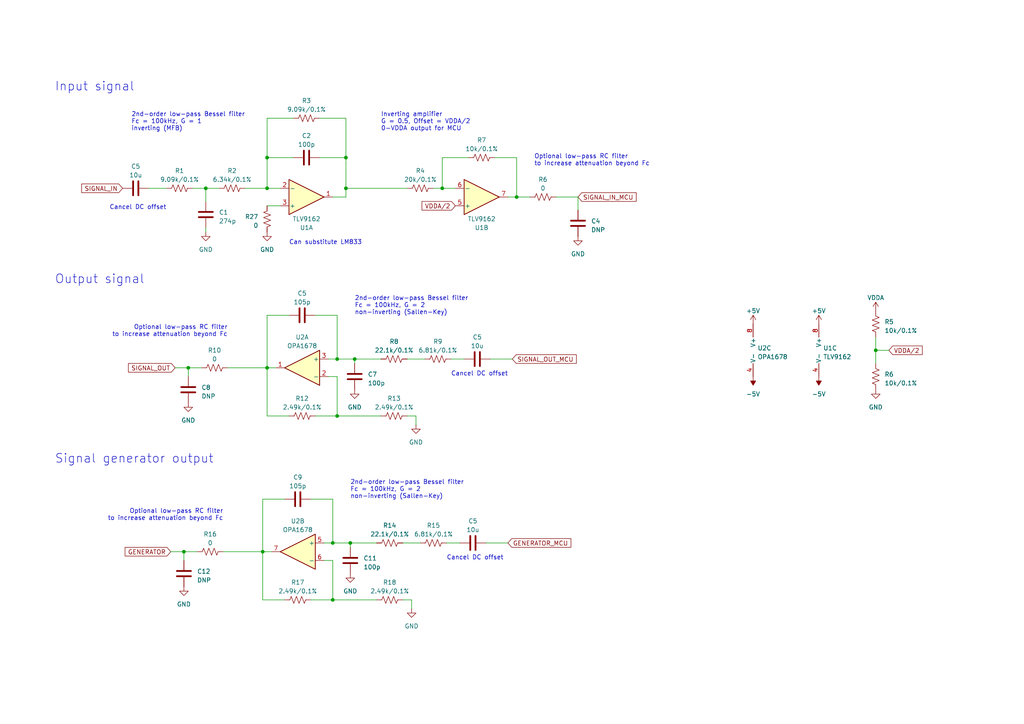
<source format=kicad_sch>
(kicad_sch (version 20230121) (generator eeschema)
  (paper "A4")
  (title_block (title "DSP PAW add-on board") (date "2023-08-19") (company "bitgloo") (comment 1 "Released under the CERN Open Hardware Licence Version 2 - Strongly Reciprocal"))
  (lib_symbols
    (symbol "Amplifier_Operational:TLV9062xD" (pin_names (offset 0.127))
      (property "Reference" "U" (at 2.54 6.35 0))
      (property "Value" "TLV9062xD" (at 2.54 3.81 0))
      (symbol "TLV9062xD_1_1"
        (polyline (pts (xy 5.08 0) (xy -5.08 5.08) (xy -5.08 -5.08) (xy 5.08 0)) (stroke (width 0.254)) (fill (type background)))
        (pin output line (at 7.62 0 180) (length 2.54) (name "~") (number "1"))
        (pin input line (at -7.62 -2.54 0) (length 2.54) (name "-") (number "2"))
        (pin input line (at -7.62 2.54 0) (length 2.54) (name "+") (number "3"))
      )
      (symbol "TLV9062xD_2_1"
        (polyline (pts (xy 5.08 0) (xy -5.08 5.08) (xy -5.08 -5.08) (xy 5.08 0)) (stroke (width 0.254)) (fill (type background)))
        (pin input line (at -7.62 2.54 0) (length 2.54) (name "+") (number "5"))
        (pin input line (at -7.62 -2.54 0) (length 2.54) (name "-") (number "6"))
        (pin output line (at 7.62 0 180) (length 2.54) (name "~") (number "7"))
      )
      (symbol "TLV9062xD_3_1"
        (pin power_in line (at 0 -7.62 90) (length 3.81) (name "V-") (number "4"))
        (pin power_in line (at 0 7.62 270) (length 3.81) (name "V+") (number "8"))
      )
    )
    (symbol "Device:C" (pin_numbers hide) (pin_names (offset 0.254))
      (property "Reference" "C" (at 0.635 2.54 0))
      (property "Value" "C" (at 0.635 -2.54 0))
      (symbol "C_0_1"
        (polyline (pts (xy -2.032 -0.762) (xy 2.032 -0.762)) (stroke (width 0.508)))
        (polyline (pts (xy -2.032 0.762) (xy 2.032 0.762)) (stroke (width 0.508)))
      )
      (symbol "C_1_1"
        (pin passive line (at 0 3.81 270) (length 2.794) (name "~") (number "1"))
        (pin passive line (at 0 -3.81 90) (length 2.794) (name "~") (number "2"))
      )
    )
    (symbol "Device:R_US" (pin_numbers hide) (pin_names (offset 0))
      (property "Reference" "R" (at 2.54 0 90))
      (property "Value" "R_US" (at -2.54 0 90))
      (symbol "R_US_0_1"
        (polyline (pts (xy 0 -2.286) (xy 0 -2.54)))
        (polyline (pts (xy 0 2.286) (xy 0 2.54)))
        (polyline (pts (xy 0 -0.762) (xy 1.016 -1.143) (xy 0 -1.524) (xy -1.016 -1.905) (xy 0 -2.286)))
        (polyline (pts (xy 0 0.762) (xy 1.016 0.381) (xy 0 0) (xy -1.016 -0.381) (xy 0 -0.762)))
        (polyline (pts (xy 0 2.286) (xy 1.016 1.905) (xy 0 1.524) (xy -1.016 1.143) (xy 0 0.762)))
      )
      (symbol "R_US_1_1"
        (pin passive line (at 0 3.81 270) (length 1.27) (name "~") (number "1"))
        (pin passive line (at 0 -3.81 90) (length 1.27) (name "~") (number "2"))
      )
    )
    (symbol "power:+5V" (power) (pin_names (offset 0))
      (property "Value" "+5V" (at 0 3.556 0))
      (symbol "+5V_0_1"
        (polyline (pts (xy -0.762 1.27) (xy 0 2.54)))
        (polyline (pts (xy 0 0) (xy 0 2.54)))
        (polyline (pts (xy 0 2.54) (xy 0.762 1.27)))
      )
      (symbol "+5V_1_1"
        (pin power_in line (at 0 0 90) (length 0) hide (name "+5V") (number "1"))
      )
    )
    (symbol "power:-5V" (power) (pin_names (offset 0))
      (property "Value" "-5V" (at 0 3.81 0))
      (symbol "-5V_0_0"
        (pin power_in line (at 0 0 90) (length 0) hide (name "-5V") (number "1"))
      )
      (symbol "-5V_0_1"
        (polyline (pts (xy 0 0) (xy 0 1.27) (xy 0.762 1.27) (xy 0 2.54) (xy -0.762 1.27) (xy 0 1.27)) (fill (type outline)))
      )
    )
    (symbol "power:GND" (power) (pin_names (offset 0))
      (property "Value" "GND" (at 0 -3.81 0))
      (symbol "GND_0_1"
        (polyline (pts (xy 0 0) (xy 0 -1.27) (xy 1.27 -1.27) (xy 0 -2.54) (xy -1.27 -1.27) (xy 0 -1.27)))
      )
      (symbol "GND_1_1"
        (pin power_in line (at 0 0 270) (length 0) hide (name "GND") (number "1"))
      )
    )
    (symbol "power:VDDA" (power) (pin_names (offset 0))
      (property "Value" "VDDA" (at 0 3.81 0))
      (symbol "VDDA_0_1"
        (polyline (pts (xy -0.762 1.27) (xy 0 2.54)))
        (polyline (pts (xy 0 0) (xy 0 2.54)))
        (polyline (pts (xy 0 2.54) (xy 0.762 1.27)))
      )
      (symbol "VDDA_1_1"
        (pin power_in line (at 0 0 90) (length 0) hide (name "VDDA") (number "1"))
      )
    )
  )
  (junction (at 76.2 160.02))
  (junction (at 96.52 173.99))
  (junction (at 254 101.6))
  (junction (at 77.47 45.72))
  (junction (at 97.79 104.14))
  (junction (at 102.87 104.14))
  (junction (at 77.47 106.68))
  (junction (at 100.33 45.72))
  (junction (at 149.86 57.15))
  (junction (at 54.61 106.68))
  (junction (at 97.79 120.65))
  (junction (at 101.6 157.48))
  (junction (at 128.27 54.61))
  (junction (at 77.47 54.61))
  (junction (at 53.34 160.02))
  (junction (at 100.33 54.61))
  (junction (at 96.52 157.48))
  (junction (at 59.69 54.61))
  (wire (pts (xy 57.15 160.02) (xy 53.34 160.02)))
  (wire (pts (xy 161.29 57.15) (xy 167.64 57.15)))
  (wire (pts (xy 129.54 157.48) (xy 133.35 157.48)))
  (wire (pts (xy 140.97 157.48) (xy 147.32 157.48)))
  (wire (pts (xy 55.88 54.61) (xy 59.69 54.61)))
  (wire (pts (xy 147.32 57.15) (xy 149.86 57.15)))
  (wire (pts (xy 77.47 106.68) (xy 77.47 120.65)))
  (wire (pts (xy 119.38 176.53) (xy 119.38 173.99)))
  (wire (pts (xy 100.33 34.29) (xy 100.33 45.72)))
  (wire (pts (xy 43.18 54.61) (xy 48.26 54.61)))
  (wire (pts (xy 142.24 104.14) (xy 148.59 104.14)))
  (wire (pts (xy 77.47 106.68) (xy 77.47 91.44)))
  (wire (pts (xy 97.79 104.14) (xy 102.87 104.14)))
  (wire (pts (xy 81.28 59.69) (xy 77.47 59.69)))
  (wire (pts (xy 96.52 157.48) (xy 96.52 144.78)))
  (wire (pts (xy 85.09 45.72) (xy 77.47 45.72)))
  (wire (pts (xy 254 101.6) (xy 254 105.41)))
  (wire (pts (xy 102.87 104.14) (xy 102.87 105.41)))
  (wire (pts (xy 58.42 106.68) (xy 54.61 106.68)))
  (wire (pts (xy 53.34 160.02) (xy 53.34 162.56)))
  (wire (pts (xy 50.8 106.68) (xy 54.61 106.68)))
  (wire (pts (xy 59.69 66.04) (xy 59.69 67.31)))
  (wire (pts (xy 101.6 157.48) (xy 109.22 157.48)))
  (wire (pts (xy 54.61 106.68) (xy 54.61 109.22)))
  (wire (pts (xy 97.79 120.65) (xy 110.49 120.65)))
  (wire (pts (xy 64.77 160.02) (xy 76.2 160.02)))
  (wire (pts (xy 77.47 120.65) (xy 83.82 120.65)))
  (wire (pts (xy 76.2 173.99) (xy 82.55 173.99)))
  (wire (pts (xy 76.2 160.02) (xy 76.2 144.78)))
  (wire (pts (xy 101.6 157.48) (xy 101.6 158.75)))
  (wire (pts (xy 130.81 104.14) (xy 134.62 104.14)))
  (wire (pts (xy 66.04 106.68) (xy 77.47 106.68)))
  (wire (pts (xy 120.65 123.19) (xy 120.65 120.65)))
  (wire (pts (xy 76.2 144.78) (xy 82.55 144.78)))
  (wire (pts (xy 77.47 34.29) (xy 77.47 45.72)))
  (wire (pts (xy 96.52 173.99) (xy 109.22 173.99)))
  (wire (pts (xy 167.64 60.96) (xy 167.64 57.15)))
  (wire (pts (xy 128.27 54.61) (xy 132.08 54.61)))
  (wire (pts (xy 49.53 160.02) (xy 53.34 160.02)))
  (wire (pts (xy 96.52 162.56) (xy 96.52 173.99)))
  (wire (pts (xy 93.98 157.48) (xy 96.52 157.48)))
  (wire (pts (xy 119.38 173.99) (xy 116.84 173.99)))
  (wire (pts (xy 149.86 57.15) (xy 153.67 57.15)))
  (wire (pts (xy 100.33 45.72) (xy 100.33 54.61)))
  (wire (pts (xy 149.86 45.72) (xy 149.86 57.15)))
  (wire (pts (xy 254 101.6) (xy 257.81 101.6)))
  (wire (pts (xy 95.25 104.14) (xy 97.79 104.14)))
  (wire (pts (xy 96.52 57.15) (xy 100.33 57.15)))
  (wire (pts (xy 59.69 54.61) (xy 59.69 58.42)))
  (wire (pts (xy 96.52 157.48) (xy 101.6 157.48)))
  (wire (pts (xy 120.65 120.65) (xy 118.11 120.65)))
  (wire (pts (xy 76.2 160.02) (xy 78.74 160.02)))
  (wire (pts (xy 96.52 144.78) (xy 90.17 144.78)))
  (wire (pts (xy 77.47 54.61) (xy 81.28 54.61)))
  (wire (pts (xy 125.73 54.61) (xy 128.27 54.61)))
  (wire (pts (xy 100.33 54.61) (xy 100.33 57.15)))
  (wire (pts (xy 77.47 106.68) (xy 80.01 106.68)))
  (wire (pts (xy 254 97.79) (xy 254 101.6)))
  (wire (pts (xy 118.11 104.14) (xy 123.19 104.14)))
  (wire (pts (xy 95.25 109.22) (xy 97.79 109.22)))
  (wire (pts (xy 85.09 34.29) (xy 77.47 34.29)))
  (wire (pts (xy 128.27 45.72) (xy 128.27 54.61)))
  (wire (pts (xy 77.47 91.44) (xy 83.82 91.44)))
  (wire (pts (xy 116.84 157.48) (xy 121.92 157.48)))
  (wire (pts (xy 93.98 162.56) (xy 96.52 162.56)))
  (wire (pts (xy 71.12 54.61) (xy 77.47 54.61)))
  (wire (pts (xy 100.33 54.61) (xy 118.11 54.61)))
  (wire (pts (xy 102.87 104.14) (xy 110.49 104.14)))
  (wire (pts (xy 77.47 45.72) (xy 77.47 54.61)))
  (wire (pts (xy 92.71 34.29) (xy 100.33 34.29)))
  (wire (pts (xy 91.44 120.65) (xy 97.79 120.65)))
  (wire (pts (xy 97.79 104.14) (xy 97.79 91.44)))
  (wire (pts (xy 97.79 109.22) (xy 97.79 120.65)))
  (wire (pts (xy 90.17 173.99) (xy 96.52 173.99)))
  (wire (pts (xy 135.89 45.72) (xy 128.27 45.72)))
  (wire (pts (xy 59.69 54.61) (xy 63.5 54.61)))
  (wire (pts (xy 143.51 45.72) (xy 149.86 45.72)))
  (wire (pts (xy 97.79 91.44) (xy 91.44 91.44)))
  (wire (pts (xy 76.2 160.02) (xy 76.2 173.99)))
  (wire (pts (xy 92.71 45.72) (xy 100.33 45.72)))
  (text "Cancel DC offset" (at 31.75 60.96 0) (effects (font (size 1.27 1.27)) (justify left bottom)))
  (text "2nd-order low-pass Bessel filter\nFc = 100kHz, G = 2\nnon-inverting (Sallen-Key)" (at 102.87 91.44 0) (effects (font (size 1.27 1.27)) (justify left bottom)))
  (text "Optional low-pass RC filter\nto increase attenuation beyond Fc" (at 154.94 48.26 0) (effects (font (size 1.27 1.27)) (justify left bottom)))
  (text "2nd-order low-pass Bessel filter\nFc = 100kHz, G = 1\ninverting (MFB)" (at 38.1 38.1 0) (effects (font (size 1.27 1.27)) (justify left bottom)))
  (text "Cancel DC offset" (at 129.54 162.56 0) (effects (font (size 1.27 1.27)) (justify left bottom)))
  (text "Cancel DC offset" (at 130.81 109.22 0) (effects (font (size 1.27 1.27)) (justify left bottom)))
  (text "Inverting amplifier\nG = 0.5, Offset = VDDA/2\n0-VDDA output for MCU" (at 110.49 38.1 0) (effects (font (size 1.27 1.27)) (justify left bottom)))
  (text "Can substitute LM833" (at 83.82 71.12 0) (effects (font (size 1.27 1.27)) (justify left bottom)))
  (text "Signal generator output" (at 15.875 134.62 0) (effects (font (size 2.54 2.54)) (justify left bottom)))
  (text "2nd-order low-pass Bessel filter\nFc = 100kHz, G = 2\nnon-inverting (Sallen-Key)" (at 101.6 144.78 0) (effects (font (size 1.27 1.27)) (justify left bottom)))
  (text "Optional low-pass RC filter\nto increase attenuation beyond Fc" (at 66.04 97.79 0) (effects (font (size 1.27 1.27)) (justify right bottom)))
  (text "Input signal" (at 15.875 26.67 0) (effects (font (size 2.54 2.54)) (justify left bottom)))
  (text "Optional low-pass RC filter\nto increase attenuation beyond Fc" (at 64.77 151.13 0) (effects (font (size 1.27 1.27)) (justify right bottom)))
  (text "Output signal" (at 15.875 82.55 0) (effects (font (size 2.54 2.54)) (justify left bottom)))
  (global_label "GENERATOR" (shape input) (at 49.53 160.02 180) (property "Intersheetrefs" "${INTERSHEET_REFS}" (effects hide)))
  (global_label "SIGNAL_IN_MCU" (shape input) (at 167.64 57.15 0) (property "Intersheetrefs" "${INTERSHEET_REFS}" (effects hide)))
  (global_label "VDDA{slash}2" (shape input) (at 257.81 101.6 0) (property "Intersheetrefs" "${INTERSHEET_REFS}" (effects hide)))
  (global_label "GENERATOR_MCU" (shape input) (at 147.32 157.48 0) (property "Intersheetrefs" "${INTERSHEET_REFS}" (effects hide)))
  (global_label "SIGNAL_OUT_MCU" (shape input) (at 148.59 104.14 0) (property "Intersheetrefs" "${INTERSHEET_REFS}" (effects hide)))
  (global_label "VDDA{slash}2" (shape input) (at 132.08 59.69 180) (property "Intersheetrefs" "${INTERSHEET_REFS}" (effects hide)))
  (global_label "SIGNAL_IN" (shape input) (at 35.56 54.61 180) (property "Intersheetrefs" "${INTERSHEET_REFS}" (effects hide)))
  (global_label "SIGNAL_OUT" (shape input) (at 50.8 106.68 180) (property "Intersheetrefs" "${INTERSHEET_REFS}" (effects hide)))
  (symbol (lib_id "power:GND") (at 102.87 113.03 0) (unit 1)
    (property "Reference" "#PWR02" (effects hide))
    (property "Value" "GND" (at 102.87 118.11 0))
    (instances (project "DSP PAW add-on board" (path "" (reference "#PWR02") (unit 1)) (path "" (reference "#PWR09") (unit 1))))
  )
  (symbol (lib_id "Device:R_US") (at 121.92 54.61 90) (unit 1)
    (property "Reference" "R4" (at 121.92 49.53 90))
    (property "Value" "20k/0.1%" (at 121.92 52.07 90))
    (property "Footprint" "Resistor_SMD:R_0603_1608Metric" (effects hide))
    (property "Part Number" "RT0603DRE0720KL" (effects hide))
    (property "LCSC Part #" "C5123584" (effects hide))
    (instances (project "DSP PAW add-on board" (path "" (reference "R4") (unit 1)) (path "" (reference "R5") (unit 1))))
  )
  (symbol (lib_id "Device:R_US") (at 86.36 173.99 90) (unit 1)
    (property "Reference" "R17" (at 86.36 168.91 90))
    (property "Value" "2.49k/0.1%" (at 86.36 171.45 90))
    (property "Footprint" "Resistor_SMD:R_0603_1608Metric" (effects hide))
    (property "Part Number" "RT0603DRE072K49L" (effects hide))
    (property "LCSC Part #" "C861299" (effects hide))
  )
  (symbol (lib_id "Amplifier_Operational:TLV9062xD") (at 86.36 160.02 0) (mirror y) (unit 2)
    (property "Reference" "U2" (at 86.36 151.13 0))
    (property "Value" "OPA1678" (at 86.36 153.67 0))
    (property "Footprint" "Package_SO:SOIC-8_3.9x4.9mm_P1.27mm" (effects hide))
    (property "Part Number" "OPA1652AID" (effects hide))
    (property "LCSC Part #" "C192421" (effects hide))
  )
  (symbol (lib_id "Amplifier_Operational:TLV9062xD") (at 218.44 101.6 0) (unit 3)
    (property "Reference" "U2" (at 219.71 100.965 0) (effects (justify left)))
    (property "Value" "OPA1678" (at 219.71 103.505 0) (effects (justify left)))
    (property "Footprint" "Package_SO:SOIC-8_3.9x4.9mm_P1.27mm" (effects hide))
    (property "Part Number" "OPA1652AID" (effects hide))
    (property "LCSC Part #" "C192421" (effects hide))
  )
  (symbol (lib_id "power:GND") (at 59.69 67.31 0) (unit 1)
    (property "Reference" "#PWR01" (effects hide))
    (property "Value" "GND" (at 59.69 72.39 0))
  )
  (symbol (lib_id "Device:C") (at 59.69 62.23 0) (unit 1)
    (property "Reference" "C1" (at 63.5 61.595 0) (effects (justify left)))
    (property "Value" "274p" (at 63.5 64.135 0) (effects (justify left)))
    (property "Footprint" "Capacitor_SMD:C_0603_1608Metric" (effects hide))
    (property "Part Number" "CC0603KRX7R9BB271" (effects hide))
    (property "LCSC Part #" "C107084" (effects hide))
    (instances (project "DSP PAW add-on board" (path "" (reference "C1") (unit 1)) (path "" (reference "C3") (unit 1))))
  )
  (symbol (lib_id "power:GND") (at 167.64 68.58 0) (unit 1)
    (property "Reference" "#PWR02" (effects hide))
    (property "Value" "GND" (at 167.64 73.66 0))
    (instances (project "DSP PAW add-on board" (path "" (reference "#PWR02") (unit 1)) (path "" (reference "#PWR03") (unit 1))))
  )
  (symbol (lib_id "power:-5V") (at 237.49 109.22 180) (unit 1)
    (property "Reference" "#PWR08" (effects hide))
    (property "Value" "-5V" (at 237.49 114.3 0))
  )
  (symbol (lib_id "power:GND") (at 101.6 166.37 0) (unit 1)
    (property "Reference" "#PWR02" (effects hide))
    (property "Value" "GND" (at 101.6 171.45 0))
    (instances (project "DSP PAW add-on board" (path "" (reference "#PWR02") (unit 1)) (path "" (reference "#PWR013") (unit 1))))
  )
  (symbol (lib_id "Device:R_US") (at 52.07 54.61 90) (unit 1)
    (property "Reference" "R1" (at 52.07 49.53 90))
    (property "Value" "9.09k/0.1%" (at 52.07 52.07 90))
    (property "Footprint" "Resistor_SMD:R_0603_1608Metric" (effects hide))
    (property "Part Number" "RT0603DRE079K09L" (effects hide))
    (property "LCSC Part #" "C861611" (effects hide))
    (instances (project "DSP PAW add-on board" (path "" (reference "R1") (unit 1)) (path "" (reference "R3") (unit 1))))
  )
  (symbol (lib_id "Device:R_US") (at 127 104.14 90) (unit 1)
    (property "Reference" "R9" (at 127 99.06 90))
    (property "Value" "6.81k/0.1%" (at 127 101.6 90))
    (property "Footprint" "Resistor_SMD:R_0603_1608Metric" (effects hide))
    (property "Part Number" "RT0603DRE076K81L" (effects hide))
    (property "LCSC Part #" "C326739" (effects hide))
  )
  (symbol (lib_id "Device:R_US") (at 87.63 120.65 90) (unit 1)
    (property "Reference" "R12" (at 87.63 115.57 90))
    (property "Value" "2.49k/0.1%" (at 87.63 118.11 90))
    (property "Footprint" "Resistor_SMD:R_0603_1608Metric" (effects hide))
    (property "Part Number" "RT0603DRE072K49L" (effects hide))
    (property "LCSC Part #" "C861299" (effects hide))
  )
  (symbol (lib_id "Device:R_US") (at 77.47 63.5 0) (mirror x) (unit 1)
    (property "Reference" "R27" (at 74.93 62.865 0) (effects (justify right)))
    (property "Value" "0" (at 74.93 65.405 0) (effects (justify right)))
    (property "Footprint" "Resistor_SMD:R_0603_1608Metric" (effects hide))
    (property "Part Number" "RMCF0603ZT0R00" (effects hide))
    (property "LCSC Part #" "C21189" (effects hide))
  )
  (symbol (lib_id "power:GND") (at 254 113.03 0) (unit 1)
    (property "Reference" "#PWR05" (effects hide))
    (property "Value" "GND" (at 254 118.11 0))
    (instances (project "DSP PAW add-on board" (path "" (reference "#PWR05") (unit 1)) (path "" (reference "#PWR010") (unit 1))))
  )
  (symbol (lib_id "Device:C") (at 53.34 166.37 180) (unit 1)
    (property "Reference" "C12" (at 57.15 165.735 0) (effects (justify right)))
    (property "Value" "DNP" (at 57.15 168.275 0) (effects (justify right)))
    (property "Footprint" "Capacitor_SMD:C_0603_1608Metric" (effects hide))
    (property "DNP" "T" (effects hide))
  )
  (symbol (lib_id "Amplifier_Operational:TLV9062xD") (at 87.63 106.68 0) (mirror y) (unit 1)
    (property "Reference" "U2" (at 87.63 97.79 0))
    (property "Value" "OPA1678" (at 87.63 100.33 0))
    (property "Footprint" "Package_SO:SOIC-8_3.9x4.9mm_P1.27mm" (effects hide))
    (property "Part Number" "OPA1652AID" (effects hide))
    (property "LCSC Part #" "C192421" (effects hide))
  )
  (symbol (lib_id "Device:C") (at 54.61 113.03 180) (unit 1)
    (property "Reference" "C8" (at 58.42 112.395 0) (effects (justify right)))
    (property "Value" "DNP" (at 58.42 114.935 0) (effects (justify right)))
    (property "Footprint" "Capacitor_SMD:C_0603_1608Metric" (effects hide))
    (property "DNP" "T" (effects hide))
  )
  (symbol (lib_id "Device:C") (at 88.9 45.72 90) (unit 1)
    (property "Reference" "C2" (at 88.9 39.37 90))
    (property "Value" "100p" (at 88.9 41.91 90))
    (property "Footprint" "Capacitor_SMD:C_0603_1608Metric" (effects hide))
    (property "Part Number" "CC0603KPX7R9BB101" (effects hide))
    (property "LCSC Part #" "C160903" (effects hide))
    (instances (project "DSP PAW add-on board" (path "" (reference "C2") (unit 1)) (path "" (reference "C1") (unit 1))))
  )
  (symbol (lib_id "Device:C") (at 102.87 109.22 0) (unit 1)
    (property "Reference" "C7" (at 106.68 108.585 0) (effects (justify left)))
    (property "Value" "100p" (at 106.68 111.125 0) (effects (justify left)))
    (property "Footprint" "Capacitor_SMD:C_0603_1608Metric" (effects hide))
    (property "Part Number" "CC0603KPX7R9BB101" (effects hide))
    (property "LCSC Part #" "C160903" (effects hide))
  )
  (symbol (lib_id "power:GND") (at 77.47 67.31 0) (unit 1)
    (property "Reference" "#PWR02" (effects hide))
    (property "Value" "GND" (at 77.47 72.39 0))
  )
  (symbol (lib_id "Device:C") (at 87.63 91.44 90) (unit 1)
    (property "Reference" "C5" (at 87.63 85.09 90))
    (property "Value" "105p" (at 87.63 87.63 90))
    (property "Footprint" "Capacitor_SMD:C_0603_1608Metric" (effects hide))
    (property "Part Number" "CC0603KPX7R9BB101" (effects hide))
    (property "LCSC Part #" "C160903" (effects hide))
  )
  (symbol (lib_id "Device:R_US") (at 67.31 54.61 90) (unit 1)
    (property "Reference" "R2" (at 67.31 49.53 90))
    (property "Value" "6.34k/0.1%" (at 67.31 52.07 90))
    (property "Footprint" "Resistor_SMD:R_0603_1608Metric" (effects hide))
    (property "Part Number" "RT0603DRE076K34L" (effects hide))
    (property "LCSC Part #" "C861532" (effects hide))
    (instances (project "DSP PAW add-on board" (path "" (reference "R2") (unit 1)) (path "" (reference "R4") (unit 1))))
  )
  (symbol (lib_id "Device:R_US") (at 62.23 106.68 90) (unit 1)
    (property "Reference" "R10" (at 62.23 101.6 90))
    (property "Value" "0" (at 62.23 104.14 90))
    (property "Footprint" "Resistor_SMD:R_0603_1608Metric" (effects hide))
    (property "Part Number" "RMCF0603ZT0R00" (effects hide))
    (property "LCSC Part #" "C21189" (effects hide))
  )
  (symbol (lib_id "power:VDDA") (at 254 90.17 0) (unit 1)
    (property "Reference" "#PWR06" (effects hide))
    (property "Value" "VDDA" (at 254 86.36 0))
    (instances (project "DSP PAW add-on board" (path "" (reference "#PWR06") (unit 1)) (path "" (reference "#PWR04") (unit 1))))
  )
  (symbol (lib_id "Device:R_US") (at 125.73 157.48 90) (unit 1)
    (property "Reference" "R15" (at 125.73 152.4 90))
    (property "Value" "6.81k/0.1%" (at 125.73 154.94 90))
    (property "Footprint" "Resistor_SMD:R_0603_1608Metric" (effects hide))
    (property "Part Number" "RT0603DRE076K81L" (effects hide))
    (property "LCSC Part #" "C326739" (effects hide))
  )
  (symbol (lib_id "power:+5V") (at 218.44 93.98 0) (unit 1)
    (property "Reference" "#PWR07" (effects hide))
    (property "Value" "+5V" (at 218.44 90.17 0))
    (instances (project "DSP PAW add-on board" (path "" (reference "#PWR07") (unit 1)) (path "" (reference "#PWR05") (unit 1))))
  )
  (symbol (lib_id "Device:C") (at 101.6 162.56 0) (unit 1)
    (property "Reference" "C11" (at 105.41 161.925 0) (effects (justify left)))
    (property "Value" "100p" (at 105.41 164.465 0) (effects (justify left)))
    (property "Footprint" "Capacitor_SMD:C_0603_1608Metric" (effects hide))
    (property "Part Number" "CC0603KPX7R9BB101" (effects hide))
    (property "LCSC Part #" "C160903" (effects hide))
  )
  (symbol (lib_id "Device:R_US") (at 139.7 45.72 90) (unit 1)
    (property "Reference" "R7" (at 139.7 40.64 90))
    (property "Value" "10k/0.1%" (at 139.7 43.18 90))
    (property "Footprint" "Resistor_SMD:R_0603_1608Metric" (effects hide))
    (property "Part Number" "RN73R1JTTD1002B25" (effects hide))
    (property "LCSC Part #" "C319939" (effects hide))
    (instances (project "DSP PAW add-on board" (path "" (reference "R7") (unit 1)) (path "" (reference "R2") (unit 1))))
  )
  (symbol (lib_id "power:+5V") (at 237.49 93.98 0) (unit 1)
    (property "Reference" "#PWR07" (effects hide))
    (property "Value" "+5V" (at 237.49 90.17 0))
    (instances (project "DSP PAW add-on board" (path "" (reference "#PWR07") (unit 1)) (path "" (reference "#PWR06") (unit 1))))
  )
  (symbol (lib_id "Device:C") (at 167.64 64.77 0) (unit 1)
    (property "Reference" "C4" (at 171.45 64.135 0) (effects (justify left)))
    (property "Value" "DNP" (at 171.45 66.675 0) (effects (justify left)))
    (property "Footprint" "Capacitor_SMD:C_0603_1608Metric" (effects hide))
    (property "DNP" "T" (effects hide))
  )
  (symbol (lib_id "Amplifier_Operational:TLV9062xD") (at 237.49 101.6 0) (unit 3)
    (property "Reference" "U1" (at 238.76 100.965 0) (effects (justify left)))
    (property "Value" "TLV9162" (at 238.76 103.505 0) (effects (justify left)))
    (property "Footprint" "Package_SO:SOIC-8_3.9x4.9mm_P1.27mm" (effects hide))
    (property "Datasheet" "https://www.ti.com/lit/ds/symlink/tlv9162.pdf" (effects hide))
    (property "Part Number" "TLV9162IDR" (effects hide))
    (property "LCSC Part #" "C54272" (effects hide))
  )
  (symbol (lib_id "power:GND") (at 53.34 170.18 0) (unit 1)
    (property "Reference" "#PWR01" (effects hide))
    (property "Value" "GND" (at 53.34 175.26 0))
    (instances (project "DSP PAW add-on board" (path "" (reference "#PWR01") (unit 1)) (path "" (reference "#PWR014") (unit 1))))
  )
  (symbol (lib_id "power:-5V") (at 218.44 109.22 180) (unit 1)
    (property "Reference" "#PWR08" (effects hide))
    (property "Value" "-5V" (at 218.44 114.3 0))
    (instances (project "DSP PAW add-on board" (path "" (reference "#PWR08") (unit 1)) (path "" (reference "#PWR07") (unit 1))))
  )
  (symbol (lib_id "Device:R_US") (at 60.96 160.02 90) (unit 1)
    (property "Reference" "R16" (at 60.96 154.94 90))
    (property "Value" "0" (at 60.96 157.48 90))
    (property "Footprint" "Resistor_SMD:R_0603_1608Metric" (effects hide))
    (property "Part Number" "RMCF0603ZT0R00" (effects hide))
    (property "LCSC Part #" "C21189" (effects hide))
  )
  (symbol (lib_id "Device:R_US") (at 114.3 104.14 90) (unit 1)
    (property "Reference" "R8" (at 114.3 99.06 90))
    (property "Value" "22.1k/0.1%" (at 114.3 101.6 90))
    (property "Footprint" "Resistor_SMD:R_0603_1608Metric" (effects hide))
    (property "Part Number" "RT0603DRE0722K1L" (effects hide))
    (property "LCSC Part #" "C861759" (effects hide))
  )
  (symbol (lib_id "Device:C") (at 137.16 157.48 90) (unit 1)
    (property "Reference" "C5" (at 137.16 151.13 90))
    (property "Value" "10u" (at 137.16 153.67 90))
    (property "Footprint" "Capacitor_SMD:C_0805_2012Metric" (effects hide))
    (property "Part Number" "CL21A106KOQNNNE" (effects hide))
    (property "LCSC Part #" "C15850" (effects hide))
    (instances (project "DSP PAW add-on board" (path "" (reference "C5") (unit 1)) (path "" (reference "C10") (unit 1))))
  )
  (symbol (lib_id "power:GND") (at 120.65 123.19 0) (unit 1)
    (property "Reference" "#PWR02" (effects hide))
    (property "Value" "GND" (at 120.65 128.27 0))
    (instances (project "DSP PAW add-on board" (path "" (reference "#PWR02") (unit 1)) (path "" (reference "#PWR012") (unit 1))))
  )
  (symbol (lib_id "power:GND") (at 119.38 176.53 0) (unit 1)
    (property "Reference" "#PWR02" (effects hide))
    (property "Value" "GND" (at 119.38 181.61 0))
    (instances (project "DSP PAW add-on board" (path "" (reference "#PWR02") (unit 1)) (path "" (reference "#PWR015") (unit 1))))
  )
  (symbol (lib_id "Device:R_US") (at 254 109.22 180) (unit 1)
    (property "Reference" "R6" (at 256.54 108.585 0) (effects (justify right)))
    (property "Value" "10k/0.1%" (at 256.54 111.125 0) (effects (justify right)))
    (property "Footprint" "Resistor_SMD:R_0603_1608Metric" (effects hide))
    (property "Part Number" "RN73R1JTTD1002B25" (effects hide))
    (property "LCSC Part #" "C319939" (effects hide))
    (instances (project "DSP PAW add-on board" (path "" (reference "R6") (unit 1)) (path "" (reference "R11") (unit 1))))
  )
  (symbol (lib_id "Amplifier_Operational:TLV9062xD") (at 139.7 57.15 0) (mirror x) (unit 2)
    (property "Reference" "U1" (at 139.7 66.04 0))
    (property "Value" "TLV9162" (at 139.7 63.5 0))
    (property "Footprint" "Package_SO:SOIC-8_3.9x4.9mm_P1.27mm" (effects hide))
    (property "Datasheet" "https://www.ti.com/lit/ds/symlink/tlv9162.pdf" (effects hide))
    (property "Part Number" "TLV9162IDR" (effects hide))
    (property "LCSC Part #" "C54272" (effects hide))
  )
  (symbol (lib_id "Device:R_US") (at 113.03 157.48 90) (unit 1)
    (property "Reference" "R14" (at 113.03 152.4 90))
    (property "Value" "22.1k/0.1%" (at 113.03 154.94 90))
    (property "Footprint" "Resistor_SMD:R_0603_1608Metric" (effects hide))
    (property "Part Number" "RT0603DRE0722K1L" (effects hide))
    (property "LCSC Part #" "C861759" (effects hide))
  )
  (symbol (lib_id "Device:C") (at 138.43 104.14 90) (unit 1)
    (property "Reference" "C5" (at 138.43 97.79 90))
    (property "Value" "10u" (at 138.43 100.33 90))
    (property "Footprint" "Capacitor_SMD:C_0805_2012Metric" (effects hide))
    (property "Part Number" "CL21A106KOQNNNE" (effects hide))
    (property "LCSC Part #" "C15850" (effects hide))
    (instances (project "DSP PAW add-on board" (path "" (reference "C5") (unit 1)) (path "" (reference "C6") (unit 1))))
  )
  (symbol (lib_id "Device:R_US") (at 157.48 57.15 90) (unit 1)
    (property "Reference" "R6" (at 157.48 52.07 90))
    (property "Value" "0" (at 157.48 54.61 90))
    (property "Footprint" "Resistor_SMD:R_0603_1608Metric" (effects hide))
    (property "Part Number" "RMCF0603ZT0R00" (effects hide))
    (property "LCSC Part #" "C21189" (effects hide))
  )
  (symbol (lib_id "power:GND") (at 54.61 116.84 0) (unit 1)
    (property "Reference" "#PWR01" (effects hide))
    (property "Value" "GND" (at 54.61 121.92 0))
    (instances (project "DSP PAW add-on board" (path "" (reference "#PWR01") (unit 1)) (path "" (reference "#PWR011") (unit 1))))
  )
  (symbol (lib_id "Device:C") (at 39.37 54.61 90) (unit 1)
    (property "Reference" "C5" (at 39.37 48.26 90))
    (property "Value" "10u" (at 39.37 50.8 90))
    (property "Footprint" "Capacitor_SMD:C_0805_2012Metric" (effects hide))
    (property "Part Number" "CL21A106KOQNNNE" (effects hide))
    (property "LCSC Part #" "C15850" (effects hide))
    (instances (project "DSP PAW add-on board" (path "" (reference "C5") (unit 1)) (path "" (reference "C2") (unit 1))))
  )
  (symbol (lib_id "Device:R_US") (at 113.03 173.99 90) (unit 1)
    (property "Reference" "R18" (at 113.03 168.91 90))
    (property "Value" "2.49k/0.1%" (at 113.03 171.45 90))
    (property "Footprint" "Resistor_SMD:R_0603_1608Metric" (effects hide))
    (property "Part Number" "RT0603DRE072K49L" (effects hide))
    (property "LCSC Part #" "C861299" (effects hide))
  )
  (symbol (lib_id "Amplifier_Operational:TLV9062xD") (at 88.9 57.15 0) (mirror x) (unit 1)
    (property "Reference" "U1" (at 88.9 66.04 0))
    (property "Value" "TLV9162" (at 88.9 63.5 0))
    (property "Footprint" "Package_SO:SOIC-8_3.9x4.9mm_P1.27mm" (effects hide))
    (property "Datasheet" "https://www.ti.com/lit/ds/symlink/tlv9162.pdf" (effects hide))
    (property "Part Number" "TLV9162IDR" (effects hide))
    (property "LCSC Part #" "C54272" (effects hide))
  )
  (symbol (lib_id "Device:R_US") (at 254 93.98 180) (unit 1)
    (property "Reference" "R5" (at 256.54 93.345 0) (effects (justify right)))
    (property "Value" "10k/0.1%" (at 256.54 95.885 0) (effects (justify right)))
    (property "Footprint" "Resistor_SMD:R_0603_1608Metric" (effects hide))
    (property "Part Number" "RN73R1JTTD1002B25" (effects hide))
    (property "LCSC Part #" "C319939" (effects hide))
    (instances (project "DSP PAW add-on board" (path "" (reference "R5") (unit 1)) (path "" (reference "R7") (unit 1))))
  )
  (symbol (lib_id "Device:R_US") (at 114.3 120.65 90) (unit 1)
    (property "Reference" "R13" (at 114.3 115.57 90))
    (property "Value" "2.49k/0.1%" (at 114.3 118.11 90))
    (property "Footprint" "Resistor_SMD:R_0603_1608Metric" (effects hide))
    (property "Part Number" "RT0603DRE072K49L" (effects hide))
    (property "LCSC Part #" "C861299" (effects hide))
  )
  (symbol (lib_id "Device:C") (at 86.36 144.78 90) (unit 1)
    (property "Reference" "C9" (at 86.36 138.43 90))
    (property "Value" "105p" (at 86.36 140.97 90))
    (property "Footprint" "Capacitor_SMD:C_0603_1608Metric" (effects hide))
    (property "Part Number" "CC0603KPX7R9BB101" (effects hide))
    (property "LCSC Part #" "C160903" (effects hide))
  )
  (symbol (lib_id "Device:R_US") (at 88.9 34.29 90) (unit 1)
    (property "Reference" "R3" (at 88.9 29.21 90))
    (property "Value" "9.09k/0.1%" (at 88.9 31.75 90))
    (property "Footprint" "Resistor_SMD:R_0603_1608Metric" (effects hide))
    (property "Part Number" "RT0603DRE079K09L" (effects hide))
    (property "LCSC Part #" "C861611" (effects hide))
    (instances (project "DSP PAW add-on board" (path "" (reference "R3") (unit 1)) (path "" (reference "R1") (unit 1))))
  )
)
</source>
